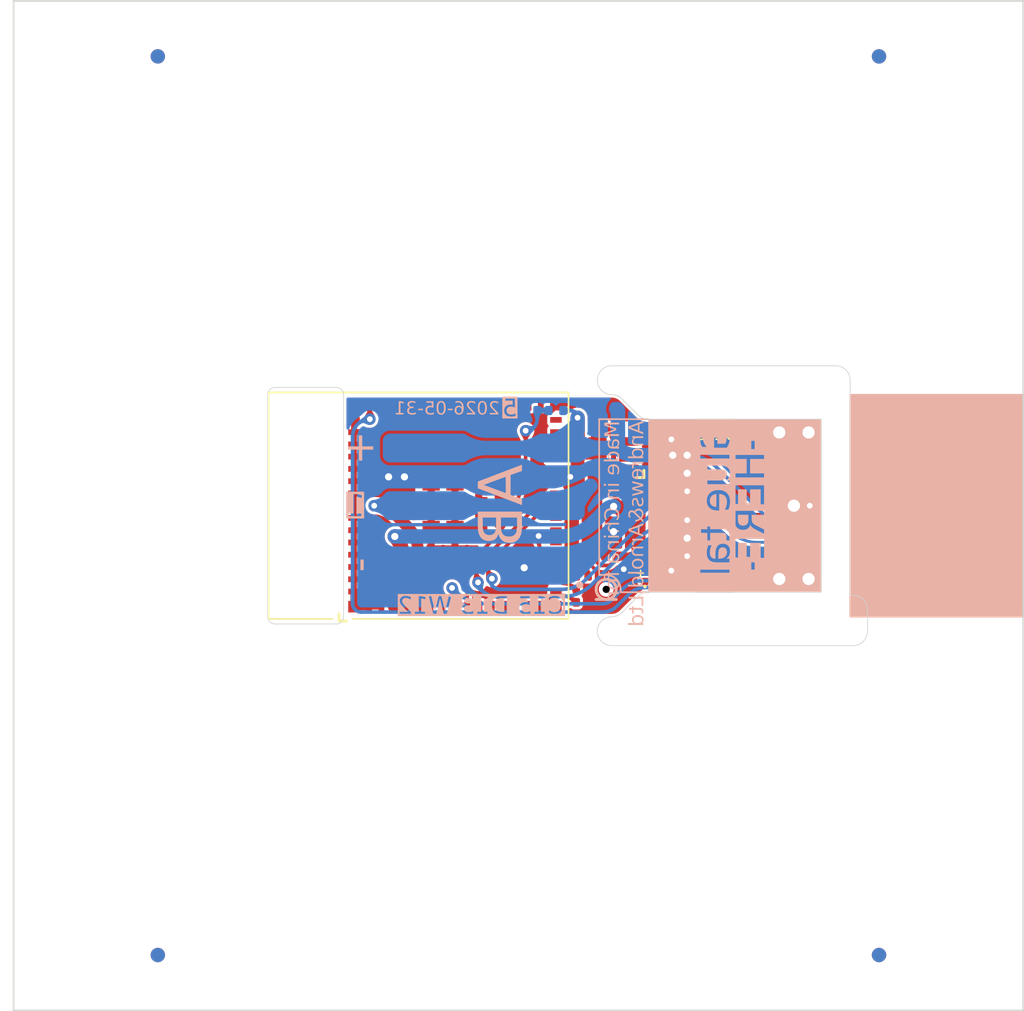
<source format=kicad_pcb>
(kicad_pcb (version 20240108) (generator "pcbnew") (generator_version "8.0")
  (title_block (title "PCB-USBA") (rev "1") (comment 1 "www.me.uk") (comment 2 "@TheRealRevK"))
  (layers (0 "F.Cu" signal) (31 "B.Cu" signal) (34 "B.Paste" user) (35 "F.Paste" user) (36 "B.SilkS" user "B.Silkscreen") (37 "F.SilkS" user "F.Silkscreen") (38 "B.Mask" user) (39 "F.Mask" user) (44 "Edge.Cuts" user))
  (property "DATE" "2023-06-01")
  (net 0 "")
  (net 1 "GND")
  (net 2 "Net-(U2-EN)")
  (net 3 "D-")
  (net 4 "D+")
  (net 13 "+3.3V")
  (net 31 "LED1")
  (net 32 "LED2")
  (net 35 "SD")
  (net 52 "SCK")
  (net 54 "WS")
  (net 56 "DC")
  (net 57 "ADC")
  (footprint "RevK:USB-A-PCB" (layer "F.Cu") (at 121 100 90)
    (property "Reference" "J1" (hide yes))
    (property "Value" "USB_A")
  )
  (footprint "RevK:C_0603_" (layer "F.Cu") (at 104.1 97.8 90)
    (property "Reference" "C6" (hide yes))
    (property "Value" "10uF 35V")
  )
  (footprint "RevK:SOT-23-6-MD8942" (layer "F.Cu") (at 106.6 96.5)
    (property "Reference" "U5" (hide yes))
    (property "Value" "MD8942")
  )
  (footprint "RevK:C_0603_" (layer "F.Cu") (at 106.6 98.5)
    (property "Reference" "C8" (hide yes))
    (property "Value" "100nF")
  )
  (footprint "RevK:C_0402" (layer "F.Cu") (at 109.5 102.2 90)
    (property "Reference" "C3" (hide yes))
    (property "Value" "1uF" (hide yes))
  )
  (footprint "RevK:SMD1010" (layer "F.Cu") (at 109.2 104.8 90)
    (property "Reference" "D1" (hide yes))
    (property "Value" "XL-1010RGBC-WS2812B" (hide yes))
  )
  (footprint "RevK:R_0402_" (layer "F.Cu") (at 106.6 94.6)
    (property "Reference" "R9" (hide yes))
    (property "Value" "124k" (hide yes))
  )
  (footprint "RevK:R_0402_" (layer "F.Cu") (at 104.8 94.6)
    (property "Reference" "R11" (hide yes))
    (property "Value" "1M" (hide yes))
  )
  (footprint "RevK:ICS43434_MEMS_Mic" (layer "F.Cu") (at 105.3 105.8)
    (property "Reference" "U1" (hide yes))
    (property "Value" "ICS43434_MEMS_Mic")
  )
  (footprint "" (layer "F.Cu") (at 119.4 94.9)
    (property "Reference" "")
    (property "Value" "")
  )
  (footprint "RevK:C_0402" (layer "F.Cu") (at 106.5 103.5 180)
    (property "Reference" "C1" (hide yes))
    (property "Value" "100nF" (hide yes))
  )
  (footprint "" (layer "F.Cu") (at 116.3 94.3)
    (property "Reference" "")
    (property "Value" "")
  )
  (footprint "RevK:C_0603_" (layer "F.Cu") (at 109.1 97.8 -90)
    (property "Reference" "C7" (hide yes))
    (property "Value" "10uF 6.3V")
  )
  (footprint "RevK:PCB7070" (layer "F.Cu") (at 100 100)
    (property "Reference" "PCB1" (hide yes))
    (property "Value" "70x70" (hide yes))
    (fp_line (start -35 -35) (end 35 -35) (stroke (width 0.12)) (layer "Edge.Cuts"))
    (fp_line (start -35 35) (end -35 -35) (stroke (width 0.12)) (layer "Edge.Cuts"))
    (fp_line (start 35 -35) (end 35 35) (stroke (width 0.12)) (layer "Edge.Cuts"))
    (fp_line (start 35 35) (end -35 35) (stroke (width 0.12)) (layer "Edge.Cuts"))
  )
  (footprint "RevK:Shadow" (layer "F.Cu") (at 95.6 100)
    (property "Reference" "REF**" (hide yes))
    (property "Value" "Shadow")
  )
  (footprint "RevK:L_4x4_" (layer "F.Cu") (at 106.6 101.1)
    (property "Reference" "L2" (hide yes))
    (property "Value" "10uH")
  )
  (footprint "RevK:R_0402" (layer "F.Cu") (at 108.37 103.524663)
    (property "Reference" "R1" (hide yes))
    (property "Value" "10K" (hide yes))
  )
  (footprint "RevK:ESP32-S3-MINI-1" (layer "F.Cu") (at 95.6 100 90)
    (property "Reference" "U2" (hide yes))
    (property "Value" "ESP32-S3-MINI-1" (hide yes))
  )
  (footprint "RevK:R_0402_" (layer "F.Cu") (at 108.4 94.6)
    (property "Reference" "R10" (hide yes))
    (property "Value" "39k2" (hide yes))
  )
  (footprint "RevK:C_0402" (layer "F.Cu") (at 104.7 103.5 180)
    (property "Reference" "C2" (hide yes))
    (property "Value" "22uF" (hide yes))
  )
  (footprint "RevK:DFN1006-2L" (layer "B.Cu") (at 105 98.075 -90)
    (property "Reference" "D2" (hide yes))
    (property "Value" "~")
  )
  (footprint "RevK:VCUT70N" (layer "B.Cu") (at 100 107.7)
    (property "Reference" "V2" (hide yes))
    (property "Value" "70")
  )
  (footprint "RevK:WAGO-2060-453-998-404" (layer "B.Cu") (at 98.25 100)
    (property "Reference" "J2" (hide yes))
    (property "Value" "Conn_01x03")
  )
  (footprint "RevK:R_0402" (layer "B.Cu") (at 102.6 93.4 180)
    (property "Reference" "R2" (hide yes))
    (property "Value" "124K" (hide yes))
  )
  (footprint "RevK:VCUT70N" (layer "B.Cu") (at 100 92.3 180)
    (property "Reference" "V1" (hide yes))
    (property "Value" "70")
  )
  (footprint "RevK:R_0402" (layer "B.Cu") (at 100.8 93.4 180)
    (property "Reference" "R3" (hide yes))
    (property "Value" "10K" (hide yes))
  )
  (footprint "RevK:Tag-Connect_TC2030-IDC-NL_2x03_P1.27mm_Vertical" (layer "B.Cu") (at 119.1 102.54 -90)
    (property "Reference" "J3" (hide yes))
    (property "Value" "TC2030-USB-NL-DS")
  )
  (footprint "RevK:C_0603" (layer "B.Cu") (at 106 93.3 180)
    (property "Reference" "C4" (hide yes))
    (property "Value" "10uF 35V")
  )
  (gr_line (start 105.6 104.8) (end 105.6 94) (stroke (width 0.12)) (layer "B.SilkS"))
  (gr_circle (center 106.085 105.8) (end 106.785 105.8) (stroke (width 0.2)) (fill none) (layer "B.SilkS"))
  (gr_line (start 105.6 104.8) (end 106.085 104.8) (stroke (width 0.12)) (layer "B.SilkS"))
  (gr_rect (start 123 92.3) (end 135 107.7) (stroke (width 0.1)) (fill solid) (layer "B.SilkS"))
  (gr_line (start 109 94) (end 105.6 94) (stroke (width 0.12)) (layer "B.SilkS"))
  (gr_line (start 105.385 106.5) (end 106.785 106.5) (stroke (width 0.2)) (layer "B.SilkS"))
  (gr_line (start 107.085 106) (end 107.085 105.8) (stroke (width 0.12)) (layer "B.SilkS"))
  (gr_line (start 109 106) (end 107.085 106) (stroke (width 0.12)) (layer "B.SilkS"))
  (gr_arc (start 106.085 104.8) (mid 106.792107 105.092893) (end 107.085 105.8) (stroke (width 0.12)) (layer "B.SilkS"))
  (gr_arc (start 87.875 107.7) (mid 87.728553 108.053553) (end 87.375 108.2) (stroke (width 0.05)) (layer "Edge.Cuts"))
  (gr_arc (start 122 90.3) (mid 122.707107 90.592893) (end 123 91.3) (stroke (width 0.05)) (layer "Edge.Cuts"))
  (gr_arc (start 109 94) (mid 108.617317 93.92388) (end 108.292893 93.707107) (stroke (width 0.05)) (layer "Edge.Cuts"))
  (gr_line (start 123 91.3) (end 123 106.215) (stroke (width 0.05)) (layer "Edge.Cuts"))
  (gr_arc (start 83.125 108.2) (mid 82.771447 108.053553) (end 82.625 107.7) (stroke (width 0.05)) (layer "Edge.Cuts"))
  (gr_arc (start 87.375 91.8) (mid 87.728553 91.946447) (end 87.875 92.3) (stroke (width 0.05)) (layer "Edge.Cuts"))
  (gr_line (start 121 94) (end 121 106) (stroke (width 0.05)) (layer "Edge.Cuts"))
  (gr_arc (start 106.471572 109.7) (mid 105.4716 108.7) (end 106.471572 107.7) (stroke (width 0.05)) (layer "Edge.Cuts"))
  (gr_line (start 106.471572 109.7) (end 123.2 109.7) (stroke (width 0.05)) (layer "Edge.Cuts"))
  (gr_arc (start 82.625 92.3) (mid 82.771447 91.946447) (end 83.125 91.8) (stroke (width 0.05)) (layer "Edge.Cuts"))
  (gr_line (start 124.2 107.7) (end 124.2 107.215) (stroke (width 0.05)) (layer "Edge.Cuts"))
  (gr_line (start 109 106) (end 121 106) (stroke (width 0.05)) (layer "Edge.Cuts"))
  (gr_arc (start 108.292893 106.292893) (mid 108.617316 106.07612) (end 109 106) (stroke (width 0.05)) (layer "Edge.Cuts"))
  (gr_line (start 87.375 108.2) (end 83.125 108.2) (stroke (width 0.05)) (layer "Edge.Cuts"))
  (gr_line (start 83.125 91.8) (end 87.375 91.8) (stroke (width 0.05)) (layer "Edge.Cuts"))
  (gr_line (start 87.875 92.3) (end 87.875 107.7) (stroke (width 0.05)) (layer "Edge.Cuts"))
  (gr_arc (start 124.2 108.7) (mid 123.907107 109.407107) (end 123.2 109.7) (stroke (width 0.05)) (layer "Edge.Cuts"))
  (gr_line (start 109 94) (end 121 94) (stroke (width 0.05)) (layer "Edge.Cuts"))
  (gr_arc (start 106.471572 92.3) (mid 105.4716 91.3) (end 106.471572 90.3) (stroke (width 0.05)) (layer "Edge.Cuts"))
  (gr_arc (start 106.471572 92.3) (mid 106.854256 92.376117) (end 107.178679 92.592893) (stroke (width 0.05)) (layer "Edge.Cuts"))
  (gr_arc (start 107.178679 107.407107) (mid 106.854254 107.623882) (end 106.471572 107.7) (stroke (width 0.05)) (layer "Edge.Cuts"))
  (gr_line (start 108.292893 106.292893) (end 107.178679 107.407107) (stroke (width 0.05)) (layer "Edge.Cuts"))
  (gr_line (start 123 106.215) (end 123.2 106.215) (stroke (width 0.05)) (layer "Edge.Cuts"))
  (gr_line (start 107.178679 92.592893) (end 108.292893 93.707107) (stroke (width 0.05)) (layer "Edge.Cuts"))
  (gr_line (start 82.625 92.3) (end 82.625 107.7) (stroke (width 0.05)) (layer "Edge.Cuts"))
  (gr_arc (start 123.2 106.215) (mid 123.907107 106.507893) (end 124.2 107.215) (stroke (width 0.05)) (layer "Edge.Cuts"))
  (gr_line (start 124.2 107.7) (end 124.2 108.7) (stroke (width 0.05)) (layer "Edge.Cuts"))
  (gr_line (start 106.471572 90.3) (end 122 90.3) (stroke (width 0.05)) (layer "Edge.Cuts"))
  (gr_text "1" (at 88.7 100.1 0) (layer "B.SilkS" knockout) (effects (font (size 1.5 1.5)) (justify mirror)))
  (gr_text "C15 D13 W12" (at 97.4 107 0) (layer "B.SilkS" knockout) (effects (font (size 1.2 1.2)) (justify mirror)))
  (gr_text "${CURRENT_DATE}" (at 98.7 93.3 0) (layer "B.SilkS") (effects (font (size 0.9 0.9)) (justify left mirror)))
  (gr_text "5" (at 99.4 93.3 0) (layer "B.SilkS" knockout) (effects (font (size 1.2 1.2)) (justify mirror)))
  (gr_text "Glue tab" (at 113.8 100 90) (layer "B.SilkS" knockout) (effects (font (size 2 2)) (justify mirror)))
  (gr_text "-" (at 89.1 104.1 90) (layer "B.SilkS") (effects (font (size 2 2)) (justify mirror)))
  (gr_text "Made in China for\nAndrews&Arnold Ltd" (at 107.4 94.1 90) (layer "B.SilkS") (effects (font (size 1 1)) (justify left mirror)))
  (gr_text "AB" (at 99 100 90) (layer "B.SilkS") (effects (font (size 3 3)) (justify mirror)))
  (gr_text "+" (at 89.1 96 90) (layer "B.SilkS") (effects (font (size 2 2)) (justify mirror)))
  (gr_text "-HERE-" (at 116.2 100 90) (layer "B.SilkS" knockout) (effects (font (size 2 2)) (justify mirror)))
  (gr_text "4" (at 110.8 104.8 180) (layer "F.SilkS" knockout) (effects (font (size 1.2 1.2))))
  (gr_text "A" (at 111.2 98.1 180) (layer "F.SilkS") (effects (font (size 2 2))))
  (gr_text "B" (at 111.1 101 180) (layer "F.SilkS") (effects (font (size 2 2))))
  (gr_text "${CURRENT_DATE}" (at 109.4 94.9 180) (layer "F.SilkS") (effects (font (size 0.9 0.9)) (justify right)))
  (segment (start 102.6 93) (end 104.1 93) (width 0.25) (layer "F.Cu") (net 1))
  (via (at 111.7 102.25) (size 1) (drill 0.5) (layers "F.Cu" "B.Cu") (net 1))
  (via (at 103.6 98) (size 0.8) (drill 0.4) (layers "F.Cu" "B.Cu") (net 1))
  (via (at 106.6 101.8) (size 1) (drill 0.5) (layers "F.Cu" "B.Cu") (net 1))
  (via (at 110.6 95.4) (size 0.8) (drill 0.4) (layers "F.Cu" "B.Cu") (net 1))
  (via (at 107.3 104.4) (size 0.8) (drill 0.4) (layers "F.Cu" "B.Cu") (net 1))
  (via (at 100.4 104.3) (size 1) (drill 0.5) (layers "F.Cu" "B.Cu") (net 1))
  (via (at 111.7 97.75) (size 1) (drill 0.5) (layers "F.Cu" "B.Cu") (net 1))
  (via (at 91 98) (size 1) (drill 0.5) (layers "F.Cu" "B.Cu") (net 1))
  (via (at 92.1 98) (size 1) (drill 0.5) (layers "F.Cu" "B.Cu") (net 1))
  (segment (start 98 103.956286) (end 102.744466 103.956286) (width 1) (layer "B.Cu") (net 1))
  (segment (start 93.62169 103.980055) (end 93.676093 103.957528) (width 1) (layer "B.Cu") (net 1))
  (segment (start 93.676093 103.957528) (end 93.705534 103.956286) (width 1) (layer "B.Cu") (net 1))
  (segment (start 93.705534 103.956286) (end 98 103.956286) (width 1) (layer "B.Cu") (net 1))
  (segment (start 93.6 104) (end 93.62169 103.980055) (width 1) (layer "B.Cu") (net 1))
  (arc (start 102.744466 103.956286) (mid 102.80158 103.967647) (end 102.85 104) (width 1) (layer "B.Cu") (net 1))
  (segment (start 109.5 103.5) (end 108.929541 103.5) (width 0.25) (layer "F.Cu") (net 2))
  (segment (start 109.5 102.7) (end 109.5 103.5) (width 0.25) (layer "F.Cu") (net 2))
  (segment (start 89.7 94) (end 89.7 93.05) (width 0.25) (layer "F.Cu") (net 2))
  (segment (start 109.5 102.7) (end 109.5 102.894663) (width 0.25) (layer "F.Cu") (net 2))
  (segment (start 111.7 103.5) (end 109.5 103.5) (width 0.25) (layer "F.Cu") (net 2))
  (via (at 111.7 103.5) (size 0.8) (drill 0.4) (layers "F.Cu" "B.Cu") (net 2))
  (via (at 89.7 94) (size 0.8) (drill 0.4) (layers "F.Cu" "B.Cu") (net 2))
  (arc (start 108.929541 103.5) (mid 108.897318 103.50641) (end 108.87 103.524663) (width 0.25) (layer "F.Cu") (net 2))
  (segment (start 106.85 106.95) (end 107.650773 106.149228) (width 0.25) (layer "B.Cu") (net 2))
  (segment (start 108.8 105.673202) (end 110.426798 105.673202) (width 0.25) (layer "B.Cu") (net 2))
  (segment (start 88.5 95.2) (end 88.5 106.775) (width 0.25) (layer "B.Cu") (net 2))
  (segment (start 111.7 104.4) (end 111.7 103.5) (width 0.25) (layer "B.Cu") (net 2))
  (segment (start 89.1 107.375) (end 105.82396 107.375) (width 0.25) (layer "B.Cu") (net 2))
  (arc (start 110.426798 105.673202) (mid 111.327088 105.30029) (end 111.7 104.4) (width 0.25) (layer "B.Cu") (net 2))
  (arc (start 89.7 94) (mid 88.851472 94.351472) (end 88.5 95.2) (width 0.25) (layer "B.Cu") (net 2))
  (arc (start 107.650773 106.149228) (mid 108.178043 105.796917) (end 108.8 105.673202) (width 0.25) (layer "B.Cu") (net 2))
  (arc (start 88.5 106.775) (mid 88.675736 107.199264) (end 89.1 107.375) (width 0.25) (layer "B.Cu") (net 2))
  (arc (start 105.82396 107.375) (mid 106.379249 107.264546) (end 106.85 106.95) (width 0.25) (layer "B.Cu") (net 2))
  (segment (start 97.939772 104.832273) (end 98.16357 105.056071) (width 0.25) (layer "F.Cu") (net 3))
  (segment (start 102.6 100) (end 102.268198 100) (width 0.25) (layer "F.Cu") (net 3))
  (segment (start 115.55 99) (end 111.7 99) (width 0.25) (layer "F.Cu") (net 3))
  (segment (start 101.725 100.225) (end 98.42172 103.52828) (width 0.25) (layer "F.Cu") (net 3))
  (segment (start 115.55 99) (end 119.3 99) (width 0.25) (layer "F.Cu") (net 3))
  (segment (start 97.939772 104.382959) (end 97.939772 104.832273) (width 0.25) (layer "F.Cu") (net 3))
  (segment (start 119.3 99) (end 119.4 99) (width 0.25) (layer "F.Cu") (net 3))
  (via (at 120.2 100) (size 0.8) (drill 0.4) (layers "F.Cu" "B.Cu") (net 3))
  (via (at 98.16357 105.056071) (size 0.8) (drill 0.4) (layers "F.Cu" "B.Cu") (net 3))
  (via (at 111.7 99) (size 0.8) (drill 0.4) (layers "F.Cu" "B.Cu") (net 3))
  (arc (start 119.4 99) (mid 120.107107 99.292893) (end 120.4 100) (width 0.25) (layer "F.Cu") (net 3))
  (arc (start 98.42172 103.52828) (mid 98.123057 103.922844) (end 97.939772 104.382959) (width 0.25) (layer "F.Cu") (net 3))
  (arc (start 102.268198 100) (mid 101.974222 100.058476) (end 101.725 100.225) (width 0.25) (layer "F.Cu") (net 3))
  (segment (start 103.034928 105.797285) (end 102.766249 105.797285) (width 0.25) (layer "B.Cu") (net 3))
  (segment (start 102.565076 105.8) (end 98.8 105.8) (width 0.25) (layer "B.Cu") (net 3))
  (segment (start 111.7 99) (end 111.556788 99.002232) (width 0.25) (layer "B.Cu") (net 3))
  (segment (start 98.16357 105.535475) (end 98.16357 105.056071) (width 0.25) (layer "B.Cu") (net 3))
  (segment (start 98.711682 105.797776) (end 98.538449 105.763167) (width 0.25) (layer "B.Cu") (net 3))
  (segment (start 98.538449 105.763167) (end 98.374994 105.696162) (width 0.25) (layer "B.Cu") (net 3))
  (segment (start 98.374994 105.696162) (end 98.227314 105.599219) (width 0.25) (layer "B.Cu") (net 3))
  (segment (start 98.227314 105.599219) (end 98.16357 105.535475) (width 0.25) (layer "B.Cu") (net 3))
  (segment (start 102.766249 105.797285) (end 102.565076 105.8) (width 0.25) (layer "B.Cu") (net 3))
  (segment (start 120.4537 100.9) (end 120.4537 101.8213) (width 0.25) (layer "B.Cu") (net 3))
  (segment (start 120.4537 100.9) (end 120.4537 100.612485) (width 0.25) (layer "B.Cu") (net 3))
  (segment (start 110.153393 99.640626) (end 104.676834 105.117185) (width 0.25) (layer "B.Cu") (net 3))
  (segment (start 98.8 105.8) (end 98.711682 105.797776) (width 0.25) (layer "B.Cu") (net 3))
  (arc (start 120.4537 100.612485) (mid 120.387766 100.28101) (end 120.2 100) (width 0.25) (layer "B.Cu") (net 3))
  (arc (start 104.676834 105.117185) (mid 103.923521 105.620532) (end 103.034928 105.797285) (width 0.25) (layer "B.Cu") (net 3))
  (arc (start 120.4537 101.8213) (mid 120.243198 102.329498) (end 119.735 102.54) (width 0.25) (layer "B.Cu") (net 3))
  (arc (start 111.556788 99.002232) (mid 110.797312 99.194955) (end 110.153393 99.640626) (width 0.25) (layer "B.Cu") (net 3))
  (segment (start 97.035283 105.153839) (end 97.198124 105.31668) (width 0.25) (layer "F.Cu") (net 4))
  (segment (start 97.85 103.45) (end 97.777817 103.522182) (width 0.25) (layer "F.Cu") (net 4))
  (segment (start 115.55 101) (end 111.7 101) (width 0.25) (layer "F.Cu") (net 4))
  (segment (start 101.947911 99.352088) (end 97.85 103.45) (width 0.25) (layer "F.Cu") (net 4))
  (segment (start 102.428563 99.152991) (end 102.296566 99.207671) (width 0.25) (layer "F.Cu") (net 4))
  (segment (start 97.035283 104.954785) (end 97.035283 105.153839) (width 0.25) (layer "F.Cu") (net 4))
  (via (at 97.198124 105.31668) (size 0.8) (drill 0.4) (layers "F.Cu" "B.Cu") (net 4))
  (via (at 111.7 101) (size 0.8) (drill 0.4) (layers "F.Cu" "B.Cu") (net 4))
  (arc (start 102.296566 99.207671) (mid 102.107876 99.245204) (end 101.947911 99.352088) (width 0.25) (layer "F.Cu") (net 4))
  (arc (start 97.777817 103.522182) (mid 97.296241 104.181109) (end 97.035283 104.954785) (width 0.25) (layer "F.Cu") (net 4))
  (segment (start 105.822815 104.72519) (end 105.8 104.75) (width 0.25) (layer "B.Cu") (net 4))
  (segment (start 98.5 106.3) (end 98.386149 106.298094) (width 0.25) (layer "B.Cu") (net 4))
  (segment (start 114.65 101.75) (end 114.55 101.65) (width 0.2) (layer "B.Cu") (net 4))
  (segment (start 118.465 102.54) (end 116.557228 102.54) (width 0.2) (layer "B.Cu") (net 4))
  (segment (start 97.557593 105.954889) (end 97.198124 105.59542) (width 0.25) (layer "B.Cu") (net 4))
  (segment (start 105.8 104.75) (end 105.1 105.45) (width 0.25) (layer "B.Cu") (net 4))
  (segment (start 97.198124 105.59542) (end 97.198124 105.31668) (width 0.25) (layer "B.Cu") (net 4))
  (segment (start 97.741807 106.088731) (end 97.557593 105.954889) (width 0.25) (layer "B.Cu") (net 4))
  (segment (start 98.161249 106.262473) (end 97.944691 106.192108) (width 0.25) (layer "B.Cu") (net 4))
  (segment (start 103.047919 106.3) (end 98.5 106.3) (width 0.25) (layer "B.Cu") (net 4))
  (segment (start 108.026315 102.52169) (end 105.822815 104.72519) (width 0.25) (layer "B.Cu") (net 4))
  (segment (start 97.944691 106.192108) (end 97.741807 106.088731) (width 0.25) (layer "B.Cu") (net 4))
  (segment (start 111.7 101) (end 112.980762 101) (width 0.2) (layer "B.Cu") (net 4))
  (segment (start 98.386149 106.298094) (end 98.161249 106.262473) (width 0.25) (layer "B.Cu") (net 4))
  (arc (start 116.557228 102.54) (mid 115.525044 102.334686) (end 114.65 101.75) (width 0.2) (layer "B.Cu") (net 4))
  (arc (start 105.1 105.45) (mid 104.158497 106.079092) (end 103.047919 106.3) (width 0.25) (layer "B.Cu") (net 4))
  (arc (start 111.7 101) (mid 109.711816 101.395475) (end 108.026315 102.52169) (width 0.25) (layer "B.Cu") (net 4))
  (arc (start 112.980762 101) (mid 113.830027 101.16893) (end 114.55 101.65) (width 0.2) (layer "B.Cu") (net 4))
  (segment (start 105.215941 103.636877) (end 105.203295 103.578694) (width 0.25) (layer "F.Cu") (net 13))
  (segment (start 108.1 103.294663) (end 108.1 101.1) (width 0.5) (layer "F.Cu") (net 13))
  (segment (start 108.709894 104.372876) (end 108.629133 104.359499) (width 0.5) (layer "F.Cu") (net 13))
  (segment (start 106.14994 104.145) (end 105.838692 104.145) (width 0.25) (layer "F.Cu") (net 13))
  (segment (start 108.426356 104.230588) (end 108.423815 104.229535) (width 0.5) (layer "F.Cu") (net 13))
  (segment (start 108.775 104.375) (end 108.709894 104.372876) (width 0.5) (layer "F.Cu") (net 13))
  (segment (start 102.505117 104.247675) (end 102.394913 104.234196) (width 0.25) (layer "F.Cu") (net 13))
  (segment (start 105.231791 103.678882) (end 105.215941 103.636877) (width 0.25) (layer "F.Cu") (net 13))
  (segment (start 108.498421 104.302653) (end 108.426356 104.230588) (width 0.5) (layer "F.Cu") (net 13))
  (segment (start 103.750001 104.9) (end 103.100001 104.25) (width 0.25) (layer "F.Cu") (net 13))
  (segment (start 107 103.5) (end 106.5 104) (width 0.25) (layer "F.Cu") (net 13))
  (segment (start 105.247466 103.708827) (end 105.231791 103.678882) (width 0.25) (layer "F.Cu") (net 13))
  (segment (start 91.95 103.4) (end 91.95 103.392184) (width 1) (layer "F.Cu") (net 13))
  (segment (start 102.6 104.25) (end 102.505117 104.247675) (width 0.25) (layer "F.Cu") (net 13))
  (segment (start 107.403554 100.403553) (end 108.1 101.1) (width 1) (layer "F.Cu") (net 13))
  (segment (start 104.011 104.9) (end 103.750001 104.9) (width 0.25) (layer "F.Cu") (net 13))
  (segment (start 108.570435 104.340405) (end 108.528357 104.320682) (width 0.5) (layer "F.Cu") (net 13))
  (segment (start 105.203295 103.578694) (end 105.2 103.5) (width 0.25) (layer "F.Cu") (net 13))
  (segment (start 102.394913 104.234196) (end 102.304565 104.213152) (width 0.25) (layer "F.Cu") (net 13))
  (segment (start 107 103.5) (end 107.845337 103.5) (width 0.5) (layer "F.Cu") (net 13))
  (segment (start 103.100001 104.25) (end 102.6 104.25) (width 0.25) (layer "F.Cu") (net 13))
  (segment (start 108.423815 104.229535) (end 107.976814 103.782534) (width 0.5) (layer "F.Cu") (net 13))
  (segment (start 108.629133 104.359499) (end 108.570435 104.340405) (width 0.5) (layer "F.Cu") (net 13))
  (segment (start 91.95 104.7) (end 91.95 103.4) (width 1) (layer "F.Cu") (net 13))
  (segment (start 108.528357 104.320682) (end 108.498421 104.302653) (width 0.5) (layer "F.Cu") (net 13))
  (segment (start 107.368198 100.368198) (end 108.1 101.1) (width 1) (layer "F.Cu") (net 13))
  (segment (start 91.35 106.25) (end 91.35 107) (width 0.8) (layer "F.Cu") (net 13))
  (segment (start 105.567381 104.032619) (end 105.250207 103.715446) (width 0.25) (layer "F.Cu") (net 13))
  (segment (start 105.250207 103.715446) (end 105.247466 103.708827) (width 0.25) (layer "F.Cu") (net 13))
  (segment (start 102.304565 104.213152) (end 102.194582 104.175234) (width 0.25) (layer "F.Cu") (net 13))
  (segment (start 101.4 102.256944) (end 101.4 102.1) (width 0.25) (layer "F.Cu") (net 13))
  (via (at 106.6 100.05) (size 1) (drill 0.5) (layers "F.Cu" "B.Cu") (net 13))
  (via (at 101.4 102.1) (size 0.8) (drill 0.4) (layers "F.Cu" "B.Cu") (net 13))
  (via (at 91.428141 102.132305) (size 1) (drill 0.5) (layers "F.Cu" "B.Cu") (net 13))
  (arc (start 107.976814 103.782534) (mid 107.89776 103.664222) (end 107.87 103.524663) (width 0.5) (layer "F.Cu") (net 13))
  (arc (start 105.838692 104.145) (mid 105.691859 104.115793) (end 105.567381 104.032619) (width 0.25) (layer "F.Cu") (net 13))
  (arc (start 102.194582 104.175234) (mid 101.606505 103.295115) (end 101.4 102.256944) (width 0.25) (layer "F.Cu") (net 13))
  (arc (start 91.95 103.392184) (mid 91.814373 102.710342) (end 91.428141 102.132305) (width 1) (layer "F.Cu") (net 13))
  (arc (start 106.6 100.05) (mid 107.015746 100.132697) (end 107.368198 100.368198) (width 1) (layer "F.Cu") (net 13))
  (arc (start 107.845337 103.5) (mid 107.862776 103.507224) (end 107.87 103.524663) (width 0.5) (layer "F.Cu") (net 13))
  (arc (start 106.5 104) (mid 106.339391 104.107315) (end 106.14994 104.145) (width 0.25) (layer "F.Cu") (net 13))
  (arc (start 107.87 103.524663) (mid 108.032635 103.457298) (end 108.1 103.294663) (width 0.5) (layer "F.Cu") (net 13))
  (arc (start 91.95 104.7) (mid 91.793795 105.485298) (end 91.348959 106.151041) (width 1) (layer "F.Cu") (net 13))
  (segment (start 105.078094 101.278982) (end 105.213389 101.14743) (width 1) (layer "B.Cu") (net 13))
  (segment (start 105.347229 101.016833) (end 106.111873 100.252189) (width 1) (layer "B.Cu") (net 13))
  (segment (start 105.213389 101.14743) (end 105.347229 101.016833) (width 1) (layer "B.Cu") (net 13))
  (segment (start 91.428141 102.132305) (end 102.654242 102.132305) (width 1) (layer "B.Cu") (net 13))
  (segment (start 102.654242 102.132305) (end 102.835691 102.132305) (width 1) (layer "B.Cu") (net 13))
  (arc (start 106.111873 100.252189) (mid 106.335827 100.102547) (end 106.6 100.05) (width 1) (layer "B.Cu") (net 13))
  (arc (start 102.835691 102.132305) (mid 104.035799 101.913677) (end 105.078094 101.278982) (width 1) (layer "B.Cu") (net 13))
  (segment (start 110.039903 104.268) (end 109.732 104.268) (width 0.25) (layer "F.Cu") (net 31))
  (segment (start 110.368 104.368) (end 110.4 104.4) (width 0.25) (layer "F.Cu") (net 31))
  (segment (start 95.6 105.9) (end 95.6 107) (width 0.25) (layer "F.Cu") (net 31))
  (segment (start 95.4 105.7) (end 95.6 105.9) (width 0.25) (layer "F.Cu") (net 31))
  (via (at 110.6 104.5) (size 0.8) (drill 0.4) (layers "F.Cu" "B.Cu") (net 31))
  (via (at 95.4 105.7) (size 0.8) (drill 0.4) (layers "F.Cu" "B.Cu") (net 31))
  (arc (start 110.6 104.5) (mid 110.343026 104.328295) (end 110.039903 104.268) (width 0.25) (layer "F.Cu") (net 31))
  (segment (start 108.9 105.2) (end 109.9 105.2) (width 0.25) (layer "B.Cu") (net 31))
  (segment (start 107.234314 105.765686) (end 106.45 106.55) (width 0.25) (layer "B.Cu") (net 31))
  (segment (start 95.4 105.7) (end 95.580761 105.880761) (width 0.25) (layer "B.Cu") (net 31))
  (segment (start 105.846447 106.8) (end 97.8 106.8) (width 0.25) (layer "B.Cu") (net 31))
  (segment (start 108.6 105.2) (end 108.9 105.2) (width 0.25) (layer "B.Cu") (net 31))
  (arc (start 109.9 105.2) (mid 110.394975 104.994975) (end 110.6 104.5) (width 0.25) (layer "B.Cu") (net 31))
  (arc (start 106.45 106.55) (mid 106.173087 106.735027) (end 105.846447 106.8) (width 0.25) (layer "B.Cu") (net 31))
  (arc (start 95.580761 105.880761) (mid 96.598957 106.561097) (end 97.8 106.8) (width 0.25) (layer "B.Cu") (net 31))
  (arc (start 108.6 105.2) (mid 107.860896 105.347017) (end 107.234314 105.765686) (width 0.25) (layer "B.Cu") (net 31))
  (segment (start 93.05 103.222791) (end 93.05 107) (width 0.8) (layer "F.Cu") (net 32))
  (segment (start 91.453553 100.602082) (end 92.325736 101.474264) (width 0.8) (layer "F.Cu") (net 32))
  (via (at 90 100) (size 0.8) (drill 0.4) (layers "F.Cu" "B.Cu") (net 32))
  (arc (start 92.325736 101.474264) (mid 92.86177 102.276495) (end 93.05 103.222791) (width 0.8) (layer "F.Cu") (net 32))
  (arc (start 90 100) (mid 90.786657 100.156476) (end 91.453553 100.602082) (width 0.8) (layer "F.Cu") (net 32))
  (segment (start 102.85 100) (end 103.017158 100) (width 1) (layer "B.Cu") (net 32))
  (segment (start 103.131711 99.997382) (end 103.249361 99.994688) (width 1) (layer "B.Cu") (net 32))
  (segment (start 93.6 100) (end 102.85 100) (width 1) (layer "B.Cu") (net 32))
  (segment (start 90 100) (end 93.6 100) (width 0.8) (layer "B.Cu") (net 32))
  (segment (start 103.017158 100) (end 103.131711 99.997382) (width 1) (layer "B.Cu") (net 32))
  (segment (start 103.978277 99.646723) (end 105 98.625) (width 1) (layer "B.Cu") (net 32))
  (segment (start 103.697528 99.85873) (end 103.89317 99.727998) (width 1) (layer "B.Cu") (net 32))
  (segment (start 103.48014 99.94878) (end 103.697528 99.85873) (width 1) (layer "B.Cu") (net 32))
  (segment (start 103.89317 99.727998) (end 103.978277 99.646723) (width 1) (layer "B.Cu") (net 32))
  (segment (start 103.249361 99.994688) (end 103.48014 99.94878) (width 1) (layer "B.Cu") (net 32))
  (segment (start 103.416936 105.430545) (end 103.320667 105.405215) (width 0.25) (layer "F.Cu") (net 35))
  (segment (start 102.611446 105.111446) (end 102.6 105.1) (width 0.25) (layer "F.Cu") (net 35))
  (segment (start 103.746957 105.583931) (end 103.637173 105.520721) (width 0.25) (layer "F.Cu") (net 35))
  (segment (start 103.637173 105.520721) (end 103.541292 105.47613) (width 0.25) (layer "F.Cu") (net 35))
  (segment (start 103.836216 105.645449) (end 103.746957 105.583931) (width 0.25) (layer "F.Cu") (net 35))
  (segment (start 103.541292 105.47613) (end 103.416936 105.430545) (width 0.25) (layer "F.Cu") (net 35))
  (segment (start 104.011 105.8) (end 103.931859 105.723903) (width 0.25) (layer "F.Cu") (net 35))
  (segment (start 103.931859 105.723903) (end 103.836216 105.645449) (width 0.25) (layer "F.Cu") (net 35))
  (arc (start 103.320667 105.405215) (mid 102.936839 105.328867) (end 102.611446 105.111446) (width 0.25) (layer "F.Cu") (net 35))
  (segment (start 104.587009 104.228641) (end 104.443284 104.145661) (width 0.25) (layer "F.Cu") (net 52))
  (segment (start 103.803143 104.13011) (end 103.745977 104.111717) (width 0.25) (layer "F.Cu") (net 52))
  (segment (start 104.833 104.733) (end 104.830292 104.65002) (width 0.25) (layer "F.Cu") (net 52))
  (segment (start 104.833 104.9) (end 104.833 104.733) (width 0.25) (layer "F.Cu") (net 52))
  (segment (start 103.745977 104.111717) (end 103.341329 103.707069) (width 0.25) (layer "F.Cu") (net 52))
  (segment (start 104.787339 104.489716) (end 104.704359 104.345991) (width 0.25) (layer "F.Cu") (net 52))
  (segment (start 104.704359 104.345991) (end 104.587009 104.228641) (width 0.25) (layer "F.Cu") (net 52))
  (segment (start 104.443284 104.145661) (end 103.906057 104.145661) (width 0.25) (layer "F.Cu") (net 52))
  (segment (start 103.881681 104.143119) (end 103.803143 104.13011) (width 0.25) (layer "F.Cu") (net 52))
  (segment (start 103.903515 104.143119) (end 103.881681 104.143119) (width 0.25) (layer "F.Cu") (net 52))
  (segment (start 104.830292 104.65002) (end 104.787339 104.489716) (width 0.25) (layer "F.Cu") (net 52))
  (segment (start 103.906057 104.145661) (end 103.903515 104.143119) (width 0.25) (layer "F.Cu") (net 52))
  (arc (start 103.341329 103.707069) (mid 103.001205 103.479805) (end 102.6 103.4) (width 0.25) (layer "F.Cu") (net 52))
  (segment (start 103.811328 106.52345) (end 103.709357 106.453182) (width 0.25) (layer "F.Cu") (net 54))
  (segment (start 103.106336 106.231056) (end 103.102604 106.232602) (width 0.25) (layer "F.Cu") (net 54))
  (segment (start 103.709357 106.453182) (end 103.615657 106.398505) (width 0.25) (layer "F.Cu") (net 54))
  (segment (start 103.615657 106.398505) (end 103.501874 106.342694) (width 0.25) (layer "F.Cu") (net 54))
  (segment (start 103.501874 106.342694) (end 103.403618 106.303581) (width 0.25) (layer "F.Cu") (net 54))
  (segment (start 102.882603 106.232602) (end 102.6 105.95) (width 0.25) (layer "F.Cu") (net 54))
  (segment (start 103.403618 106.303581) (end 103.277284 106.263914) (width 0.25) (layer "F.Cu") (net 54))
  (segment (start 103.180196 106.242228) (end 103.106336 106.231056) (width 0.25) (layer "F.Cu") (net 54))
  (segment (start 103.102604 106.232602) (end 102.882603 106.232602) (width 0.25) (layer "F.Cu") (net 54))
  (segment (start 104.011 106.7) (end 103.920591 106.613069) (width 0.25) (layer "F.Cu") (net 54))
  (segment (start 103.277284 106.263914) (end 103.180196 106.242228) (width 0.25) (layer "F.Cu") (net 54))
  (segment (start 103.920591 106.613069) (end 103.811328 106.52345) (width 0.25) (layer "F.Cu") (net 54))
  (segment (start 104.1 95.78) (end 104.1 93.9) (width 1) (layer "F.Cu") (net 56))
  (segment (start 116.05 96.5) (end 110.7 96.5) (width 1) (layer "F.Cu") (net 56))
  (segment (start 116.05 96.5) (end 111.7 96.5) (width 1) (layer "F.Cu") (net 56))
  (via (at 110.7 96.5) (size 1) (drill 0.5) (layers "F.Cu" "B.Cu") (net 56))
  (via (at 111.7 96.5) (size 1) (drill 0.5) (layers "F.Cu" "B.Cu") (net 56))
  (via (at 104.1 93.9) (size 0.8) (drill 0.4) (layers "F.Cu" "B.Cu") (net 56))
  (segment (start 106.9 96) (end 106.9 93.425) (width 1) (layer "B.Cu") (net 56))
  (segment (start 119.735 101.27) (end 118.465 101.27) (width 0.25) (layer "B.Cu") (net 56))
  (segment (start 104.1 94.75) (end 102.85 96) (width 1) (layer "B.Cu") (net 56))
  (segment (start 102.85 96) (end 93.6 96) (width 1) (layer "B.Cu") (net 56))
  (segment (start 103.6 93.4) (end 103.1 93.4) (width 0.25) (layer "B.Cu") (net 56))
  (segment (start 102.85 96) (end 106.9 96) (width 1) (layer "B.Cu") (net 56))
  (segment (start 118.465 101.27) (end 118.4 101.27) (width 0.25) (layer "B.Cu") (net 56))
  (segment (start 111.7 96.5) (end 108.107106 96.5) (width 1) (layer "B.Cu") (net 56))
  (segment (start 117.153812 100.753812) (end 113.748528 97.348528) (width 0.25) (layer "B.Cu") (net 56))
  (segment (start 104.1 93.9) (end 104.1 94.75) (width 1) (layer "B.Cu") (net 56))
  (arc (start 104.1 93.9) (mid 103.953553 93.546447) (end 103.6 93.4) (width 0.25) (layer "B.Cu") (net 56))
  (arc (start 106.9 93.425) (mid 106.863388 93.336612) (end 106.775 93.3) (width 1) (layer "B.Cu") (net 56))
  (arc (start 108.107106 96.5) (mid 107.453825 96.370054) (end 106.9 96) (width 1) (layer "B.Cu") (net 56))
  (arc (start 113.748528 97.348528) (mid 112.808655 96.720525) (end 111.7 96.5) (width 0.25) (layer "B.Cu") (net 56))
  (arc (start 118.4 101.27) (mid 117.725568 101.135847) (end 117.153812 100.753812) (width 0.25) (layer "B.Cu") (net 56))
  (segment (start 97.599889 102.999889) (end 97.436934 103.162844) (width 0.25) (layer "F.Cu") (net 57))
  (segment (start 97.599889 102.999889) (end 97.983861 102.615918) (width 0.25) (layer "F.Cu") (net 57))
  (segment (start 96.45 107) (end 96.45 105.959188) (width 0.25) (layer "F.Cu") (net 57))
  (segment (start 96.45 105.959188) (end 96.452776 105.73289) (width 0.25) (layer "F.Cu") (net 57))
  (segment (start 96.452776 105.73289) (end 96.455149 105.533082) (width 0.25) (layer "F.Cu") (net 57))
  (segment (start 100.5 94.8) (end 100.5 96.541422) (width 0.25) (layer "F.Cu") (net 57))
  (via (at 100.5 94.8) (size 0.8) (drill 0.4) (layers "F.Cu" "B.Cu") (net 57))
  (arc (start 97.436934 103.162844) (mid 96.710307 104.250318) (end 96.455149 105.533082) (width 0.25) (layer "F.Cu") (net 57))
  (arc (start 100.5 96.541422) (mid 99.846076 99.828916) (end 97.983861 102.615918) (width 0.25) (layer "F.Cu") (net 57))
  (segment (start 101.3 93.4) (end 102.1 93.4) (width 0.25) (layer "B.Cu") (net 57))
  (segment (start 101.3 94) (end 101.3 93.4) (width 0.25) (layer "B.Cu") (net 57))
  (arc (start 100.5 94.8) (mid 101.065685 94.565685) (end 101.3 94) (width 0.25) (layer "B.Cu") (net 57))
  (zone (net 1) (net_name "GND") (layer "F.Cu") (connect_pads thru_hole_only (clearance 0.2)) (min_thickness 0.2) (fill yes (thermal_gap 0.5) (thermal_bridge_width 0.5))
    (polygon (pts (xy 113 92.3) (xy 113 107.7) (xy 87.875 107.7) (xy 87.875 92.3)))
  )
  (zone (net 1) (net_name "GND") (layer "B.Cu") (connect_pads thru_hole_only (clearance 0.2)) (min_thickness 0.2) (fill yes (thermal_gap 0.5) (thermal_bridge_width 0.5))
    (polygon (pts (xy 121 92.3) (xy 121 107.7) (xy 87.875 107.7) (xy 87.875 92.3)))
  )
  (zone (net 0) (net_name "") (layer "B.SilkS") (connect_pads (clearance 0)) (min_thickness 0.25) (fill yes (thermal_gap 0.5) (thermal_bridge_width 0.5))
    (polygon (pts (xy 109 93.9) (xy 121.1 93.9) (xy 121.1 106.1) (xy 109 106.1)))
  )
)
</source>
